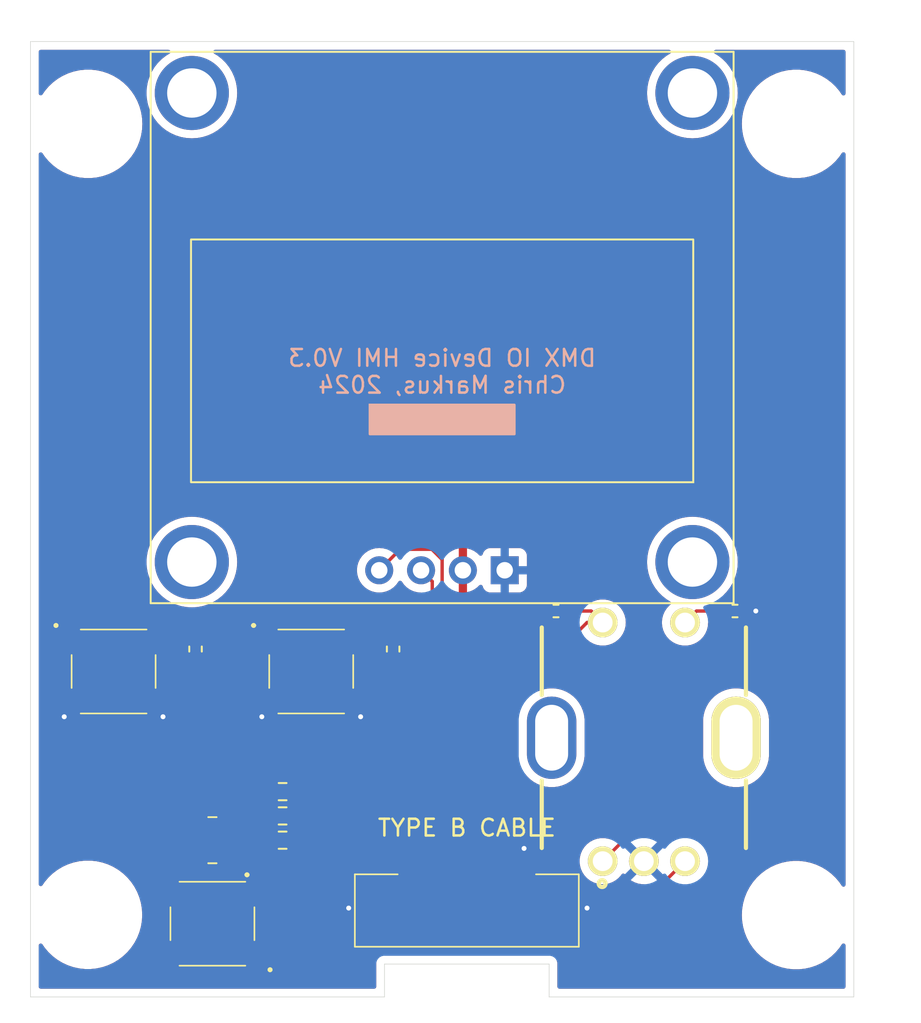
<source format=kicad_pcb>
(kicad_pcb (version 20240108) (generator "pcbnew") (generator_version "8.0")
  (layers (0 "F.Cu" signal "Front") (31 "B.Cu" signal "Back") (34 "B.Paste" user) (35 "F.Paste" user) (36 "B.SilkS" user "B.Silkscreen") (37 "F.SilkS" user "F.Silkscreen") (38 "B.Mask" user) (39 "F.Mask" user) (44 "Edge.Cuts" user))
  (net 0 "")
  (net 1 "GND")
  (net 2 "+3V3")
  (net 3 "/PWR_BTN_HI")
  (net 4 "/ENC_B")
  (net 5 "/ENC_SW")
  (net 6 "/ENC_A")
  (net 7 "/OLED_SDA")
  (net 8 "/OLED_SCL")
  (net 9 "/LED_R")
  (net 10 "/LED_G")
  (net 11 "/LED_B")
  (net 12 "/OK_BTN")
  (net 13 "/BK_BTN")
  (net 14 "/PWR_BTN_LO")
  (net 15 "Net-(D201-BK)")
  (net 16 "Net-(D201-RK)")
  (net 17 "Net-(D201-GK)")
  (net 18 "Net-(U201-2)")
  (footprint "Oled:OLED_1.3" (layer "F.Cu") (at 210.475 51.875 180)
    (property "Reference" "J201" (hide yes))
    (property "Value" "Conn_01x04_Pin" (hide yes))
    (fp_line (start 35.4 33.5) (end 0 33.5) (stroke (width 0.12)) (layer "F.SilkS"))
    (fp_line (start 35.4 0) (end 35.4 33.5) (stroke (width 0.12)) (layer "F.SilkS"))
    (fp_line (start 0 33.5) (end 0 0) (stroke (width 0.12)) (layer "F.SilkS"))
    (fp_line (start 0 0) (end 35.4 0) (stroke (width 0.12)) (layer "F.SilkS"))
    (fp_rect (start 2.45 7.35) (end 32.95 22.1) (stroke (width 0.12)) (fill none) (layer "F.SilkS"))
    (pad "" np_thru_hole circle (at 2.5 2.5 180) (size 4.5 4.5) (drill 3) (layers "*.Cu" "*.Mask"))
    (pad "" np_thru_hole circle (at 2.5 31 180) (size 4.5 4.5) (drill 3) (layers "*.Cu" "*.Mask"))
    (pad "" np_thru_hole circle (at 32.9 2.5 180) (size 4.5 4.5) (drill 3) (layers "*.Cu" "*.Mask"))
    (pad "" np_thru_hole circle (at 32.9 31 180) (size 4.5 4.5) (drill 3) (layers "*.Cu" "*.Mask"))
    (pad "1" thru_hole rect (at 13.9 2 270) (size 1.7 1.7) (drill 1) (layers "*.Cu" "*.Mask") (net 1 "GND"))
    (pad "2" thru_hole oval (at 16.44 2 270) (size 1.7 1.7) (drill 1) (layers "*.Cu" "*.Mask") (net 2 "+3V3"))
    (pad "3" thru_hole oval (at 18.98 2 270) (size 1.7 1.7) (drill 1) (layers "*.Cu" "*.Mask") (net 8 "/OLED_SCL"))
    (pad "4" thru_hole oval (at 21.52 2 270) (size 1.7 1.7) (drill 1) (layers "*.Cu" "*.Mask") (net 7 "/OLED_SDA"))
  )
  (footprint "Resistor_SMD:R_0402_1005Metric" (layer "F.Cu") (at 177.8 54.659999 90)
    (property "Reference" "R207" (hide yes))
    (property "Value" "10k" (hide yes))
    (fp_line (start -0.153641 -0.38) (end 0.153641 -0.38) (stroke (width 0.12)) (layer "F.SilkS"))
    (fp_line (start -0.153641 0.38) (end 0.153641 0.38) (stroke (width 0.12)) (layer "F.SilkS"))
    (pad "1" smd roundrect (at -0.509999 0 90) (size 0.54 0.64) (layers "F.Cu" "F.Paste" "F.Mask") (net 2 "+3V3"))
    (pad "2" smd roundrect (at 0.509999 0 90) (size 0.54 0.64) (layers "F.Cu" "F.Paste" "F.Mask") (net 12 "/OK_BTN"))
  )
  (footprint "MountingHole:MountingHole_3.2mm_M3" (layer "F.Cu") (at 171.275 70.8)
    (property "Reference" "H105" (hide yes))
    (property "Value" "MountingHole")
    (pad "" np_thru_hole circle (at 0 0) (size 3.2 3.2) (drill 3.2) (layers "*.Cu" "*.Mask"))
  )
  (footprint "AFC07-S16FCC-00:AFC07S16FCC00" (layer "F.Cu") (at 194.275 70.4)
    (property "Reference" "J101" (hide yes))
    (property "Value" "AFC07-S16FCC-00" (hide yes))
    (fp_line (start -6.8 -2.05) (end -6.8 2.35) (stroke (width 0.1)) (layer "F.SilkS"))
    (fp_line (start -6.8 2.35) (end 6.8 2.35) (stroke (width 0.1)) (layer "F.SilkS"))
    (fp_line (start -4.2 -2.049999) (end -6.8 -2.05) (stroke (width 0.1)) (layer "F.SilkS"))
    (fp_line (start 6.8 -2.05) (end 4.2 -2.049999) (stroke (width 0.1)) (layer "F.SilkS"))
    (fp_line (start 6.8 2.35) (end 6.8 -2.05) (stroke (width 0.1)) (layer "F.SilkS"))
    (pad "1" smd rect (at -3.749999 -2.35) (size 0.3 1.3) (layers "F.Cu" "F.Paste" "F.Mask") (net 9 "/LED_R"))
    (pad "2" smd rect (at -3.25 -2.35) (size 0.3 1.3) (layers "F.Cu" "F.Paste" "F.Mask") (net 10 "/LED_G"))
    (pad "3" smd rect (at -2.75 -2.35) (size 0.3 1.3) (layers "F.Cu" "F.Paste" "F.Mask") (net 11 "/LED_B"))
    (pad "4" smd rect (at -2.25 -2.35) (size 0.3 1.3) (layers "F.Cu" "F.Paste" "F.Mask") (net 14 "/PWR_BTN_LO"))
    (pad "5" smd rect (at -1.75 -2.35) (size 0.3 1.3) (layers "F.Cu" "F.Paste" "F.Mask") (net 3 "/PWR_BTN_HI"))
    (pad "6" smd rect (at -1.25 -2.349999) (size 0.3 1.3) (layers "F.Cu" "F.Paste" "F.Mask") (net 12 "/OK_BTN"))
    (pad "7" smd rect (at -0.75 -2.35) (size 0.3 1.3) (layers "F.Cu" "F.Paste" "F.Mask") (net 13 "/BK_BTN"))
    (pad "8" smd rect (at -0.25 -2.35) (size 0.3 1.3) (layers "F.Cu" "F.Paste" "F.Mask") (net 6 "/ENC_A"))
    (pad "9" smd rect (at 0.25 -2.35) (size 0.3 1.3) (layers "F.Cu" "F.Paste" "F.Mask") (net 4 "/ENC_B"))
    (pad "10" smd rect (at 0.75 -2.35) (size 0.3 1.3) (layers "F.Cu" "F.Paste" "F.Mask") (net 8 "/OLED_SCL"))
    (pad "11" smd rect (at 1.25 -2.349999) (size 0.3 1.3) (layers "F.Cu" "F.Paste" "F.Mask") (net 7 "/OLED_SDA"))
    (pad "12" smd rect (at 1.75 -2.35) (size 0.3 1.3) (layers "F.Cu" "F.Paste" "F.Mask"))
    (pad "13" smd rect (at 2.25 -2.35) (size 0.3 1.3) (layers "F.Cu" "F.Paste" "F.Mask"))
    (pad "14" smd rect (at 2.75 -2.35) (size 0.3 1.3) (layers "F.Cu" "F.Paste" "F.Mask") (net 5 "/ENC_SW"))
    (pad "15" smd rect (at 3.25 -2.35) (size 0.3 1.3) (layers "F.Cu" "F.Paste" "F.Mask") (net 1 "GND"))
    (pad "16" smd rect (at 3.749999 -2.35) (size 0.3 1.3) (layers "F.Cu" "F.Paste" "F.Mask") (net 2 "+3V3"))
    (pad "MP1" smd rect (at -5.400001 0) (size 2 3) (layers "F.Cu" "F.Paste" "F.Mask") (net 1 "GND"))
    (pad "MP2" smd rect (at 5.400001 0) (size 2 3) (layers "F.Cu" "F.Paste" "F.Mask") (net 1 "GND"))
  )
  (footprint "MountingHole:MountingHole_3.2mm_M3" (layer "F.Cu") (at 214.275 70.8)
    (property "Reference" "H102" (hide yes))
    (property "Value" "MountingHole")
    (pad "" np_thru_hole circle (at 0 0) (size 3.2 3.2) (drill 3.2) (layers "*.Cu" "*.Mask"))
  )
  (footprint "Resistor_SMD:R_0402_1005Metric" (layer "F.Cu") (at 210.559999 52.35)
    (property "Reference" "R206" (hide yes))
    (property "Value" "0R" (hide yes))
    (fp_line (start -0.153641 -0.38) (end 0.153641 -0.38) (stroke (width 0.12)) (layer "F.SilkS"))
    (fp_line (start -0.153641 0.38) (end 0.153641 0.38) (stroke (width 0.12)) (layer "F.SilkS"))
    (pad "1" smd roundrect (at -0.509999 0) (size 0.54 0.64) (layers "F.Cu" "F.Paste" "F.Mask") (net 18 "Net-(U201-2)"))
    (pad "2" smd roundrect (at 0.509999 0) (size 0.54 0.64) (layers "F.Cu" "F.Paste" "F.Mask") (net 1 "GND"))
  )
  (footprint "LIB_TS-1187A-B-A-B:TS1187ABAB" (layer "F.Cu") (at 172.825 56.025)
    (property "Reference" "S201" (hide yes))
    (property "Value" "TS-1187A-B-A-B" (hide yes))
    (fp_line (start -3.55 -2.8) (end -3.55 -2.8) (stroke (width 0.2)) (layer "F.SilkS"))
    (fp_line (start -3.55 -2.8) (end -3.55 -2.8) (stroke (width 0.2)) (layer "F.SilkS"))
    (fp_line (start -3.45 -2.8) (end -3.45 -2.8) (stroke (width 0.2)) (layer "F.SilkS"))
    (fp_line (start -2.55 -1) (end -2.55 1) (stroke (width 0.1)) (layer "F.SilkS"))
    (fp_line (start -2 -2.55) (end 2 -2.55) (stroke (width 0.1)) (layer "F.SilkS"))
    (fp_line (start -2 2.55) (end 2 2.55) (stroke (width 0.1)) (layer "F.SilkS"))
    (fp_line (start 2.55 -1) (end 2.55 1) (stroke (width 0.1)) (layer "F.SilkS"))
    (fp_arc (start -3.55 -2.8) (mid -3.5 -2.85) (end -3.45 -2.8) (stroke (width 0.2)) (layer "F.SilkS"))
    (fp_arc (start -3.45 -2.8) (mid -3.5 -2.75) (end -3.55 -2.8) (stroke (width 0.2)) (layer "F.SilkS"))
    (fp_arc (start -3.45 -2.8) (mid -3.5 -2.75) (end -3.55 -2.8) (stroke (width 0.2)) (layer "F.SilkS"))
    (pad "A1" smd rect (at -3 -1.875 90) (size 0.75 1) (layers "F.Cu" "F.Paste" "F.Mask") (net 12 "/OK_BTN"))
    (pad "B1" smd rect (at 3 -1.875 90) (size 0.75 1) (layers "F.Cu" "F.Paste" "F.Mask") (net 12 "/OK_BTN"))
    (pad "C1" smd rect (at -3 1.875 90) (size 0.75 1) (layers "F.Cu" "F.Paste" "F.Mask") (net 1 "GND"))
    (pad "D1" smd rect (at 3 1.875 90) (size 0.75 1) (layers "F.Cu" "F.Paste" "F.Mask") (net 1 "GND"))
  )
  (footprint "Resistor_SMD:R_0402_1005Metric" (layer "F.Cu") (at 189.799999 54.659999 90)
    (property "Reference" "R208" (hide yes))
    (property "Value" "10k" (hide yes))
    (fp_line (start -0.153641 -0.38) (end 0.153641 -0.38) (stroke (width 0.12)) (layer "F.SilkS"))
    (fp_line (start -0.153641 0.38) (end 0.153641 0.38) (stroke (width 0.12)) (layer "F.SilkS"))
    (pad "1" smd roundrect (at -0.509999 0 90) (size 0.54 0.64) (layers "F.Cu" "F.Paste" "F.Mask") (net 2 "+3V3"))
    (pad "2" smd roundrect (at 0.509999 0 90) (size 0.54 0.64) (layers "F.Cu" "F.Paste" "F.Mask") (net 13 "/BK_BTN"))
  )
  (footprint "MountingHole:MountingHole_3.2mm_M3" (layer "F.Cu") (at 171.275 22.75)
    (property "Reference" "H104" (hide yes))
    (property "Value" "MountingHole" (hide yes))
    (pad "" np_thru_hole circle (at 0 0) (size 3.2 3.2) (drill 3.2) (layers "*.Cu" "*.Mask"))
  )
  (footprint "MountingHole:MountingHole_3.2mm_M3" (layer "F.Cu") (at 214.275 22.75)
    (property "Reference" "H103" (hide yes))
    (property "Value" "MountingHole")
    (pad "" np_thru_hole circle (at 0 0) (size 3.2 3.2) (drill 3.2) (layers "*.Cu" "*.Mask"))
  )
  (footprint "PEC12R:PEC12R-4XXXF-SXXXX" (layer "F.Cu") (at 205.025 60.05)
    (property "Reference" "U201" (hide yes))
    (property "Value" "PEC12R-4215F-S0024" (hide yes))
    (fp_line (start -6.2 -6.7) (end -6.2 -2.6) (stroke (width 0.254)) (layer "F.SilkS"))
    (fp_line (start -6.2 6.7) (end -6.2 2.6) (stroke (width 0.254)) (layer "F.SilkS"))
    (fp_line (start 6.2 -6.7) (end 6.2 -2.6) (stroke (width 0.254)) (layer "F.SilkS"))
    (fp_line (start 6.2 6.7) (end 6.2 2.6) (stroke (width 0.254)) (layer "F.SilkS"))
    (fp_circle (center -2.533 8.863) (end -2.6151 8.863) (stroke (width 0.254)) (fill none) (layer "F.SilkS"))
    (pad "1" thru_hole circle (at -2.5 7.5 90) (size 1.8 1.8) (drill 1.2) (layers "*.Cu" "*.Mask" "F.SilkS") (net 6 "/ENC_A"))
    (pad "2" thru_hole circle (at 2.5 7.5 90) (size 1.8 1.8) (drill 1.2) (layers "*.Cu" "*.Mask" "F.SilkS") (net 4 "/ENC_B"))
    (pad "3" thru_hole circle (at 0 7.5 90) (size 1.8 1.8) (drill 1.2) (layers "*.Cu" "*.Mask" "F.SilkS") (net 1 "GND"))
    (pad "4" thru_hole circle (at -2.5 -7 90) (size 1.8 1.8) (drill 1.2) (layers "*.Cu" "*.Mask" "F.SilkS") (net 5 "/ENC_SW"))
    (pad "5" thru_hole circle (at 2.5 -7 90) (size 1.8 1.8) (drill 1.2) (layers "*.Cu" "*.Mask" "F.SilkS") (net 18 "Net-(U201-2)"))
    (pad "6" thru_hole oval (at 5.6 0 90) (size 5 3) (drill oval 4 2) (layers "*.Cu" "*.Mask" "F.SilkS"))
    (pad "7" thru_hole oval (at -5.6 0 90) (size 5 3) (drill oval 4 2) (layers "*.Cu" "*.Mask"))
  )
  (footprint "LIB_TS-1187A-B-A-B:TS1187ABAB" (layer "F.Cu") (at 178.824999 71.35 180)
    (property "Reference" "S203" (hide yes))
    (property "Value" "TS-1187A-B-A-B" (hide yes))
    (fp_line (start 2.55 -1) (end 2.55 1) (stroke (width 0.1)) (layer "F.SilkS"))
    (fp_line (start -2 2.55) (end 2 2.55) (stroke (width 0.1)) (layer "F.SilkS"))
    (fp_line (start -2 -2.55) (end 2 -2.55) (stroke (width 0.1)) (layer "F.SilkS"))
    (fp_line (start -2.55 -1) (end -2.55 1) (stroke (width 0.1)) (layer "F.SilkS"))
    (fp_line (start -3.449999 -2.8) (end -3.449999 -2.8) (stroke (width 0.2)) (layer "F.SilkS"))
    (fp_line (start -3.55 -2.8) (end -3.55 -2.8) (stroke (width 0.2)) (layer "F.SilkS"))
    (fp_line (start -3.55 -2.8) (end -3.55 -2.8) (stroke (width 0.2)) (layer "F.SilkS"))
    (fp_arc (start -3.449999 -2.8) (mid -3.499999 -2.749999) (end -3.55 -2.8) (stroke (width 0.2)) (layer "F.SilkS"))
    (fp_arc (start -3.449999 -2.8) (mid -3.499999 -2.749999) (end -3.55 -2.8) (stroke (width 0.2)) (layer "F.SilkS"))
    (fp_arc (start -3.55 -2.8) (mid -3.5 -2.85) (end -3.449999 -2.8) (stroke (width 0.2)) (layer "F.SilkS"))
    (pad "A1" smd rect (at -3 -1.875 270) (size 0.75 1) (layers "F.Cu" "F.Paste" "F.Mask") (net 3 "/PWR_BTN_HI"))
    (pad "B1" smd rect (at 3 -1.875 270) (size 0.75 1) (layers "F.Cu" "F.Paste" "F.Mask") (net 3 "/PWR_BTN_HI"))
    (pad "C1" smd rect (at -3 1.875 270) (size 0.75 1) (layers "F.Cu" "F.Paste" "F.Mask") (net 14 "/PWR_BTN_LO"))
    (pad "D1" smd rect (at 3 1.875 270) (size 0.75 1) (layers "F.Cu" "F.Paste" "F.Mask") (net 14 "/PWR_BTN_LO"))
  )
  (footprint "Resistor_SMD:R_0603_1608Metric" (layer "F.Cu") (at 183.0875 66.275)
    (property "Reference" "R209" (hide yes))
    (property "Value" "150" (hide yes))
    (fp_line (start -0.237258 -0.5225) (end 0.237258 -0.5225) (stroke (width 0.12)) (layer "F.SilkS"))
    (fp_line (start -0.237258 0.5225) (end 0.237258 0.5225) (stroke (width 0.12)) (layer "F.SilkS"))
    (pad "1" smd roundrect (at -0.825 0) (size 0.8 0.95) (layers "F.Cu" "F.Paste" "F.Mask") (net 16 "Net-(D201-RK)"))
    (pad "2" smd roundrect (at 0.825 0) (size 0.8 0.95) (layers "F.Cu" "F.Paste" "F.Mask") (net 9 "/LED_R"))
  )
  (footprint "Resistor_SMD:R_0603_1608Metric" (layer "F.Cu") (at 183.0875 64.8)
    (property "Reference" "R210" (hide yes))
    (property "Value" "150" (hide yes))
    (fp_line (start -0.237258 -0.5225) (end 0.237258 -0.5225) (stroke (width 0.12)) (layer "F.SilkS"))
    (fp_line (start -0.237258 0.5225) (end 0.237258 0.5225) (stroke (width 0.12)) (layer "F.SilkS"))
    (pad "1" smd roundrect (at -0.825 0) (size 0.8 0.95) (layers "F.Cu" "F.Paste" "F.Mask") (net 17 "Net-(D201-GK)"))
    (pad "2" smd roundrect (at 0.825 0) (size 0.8 0.95) (layers "F.Cu" "F.Paste" "F.Mask") (net 10 "/LED_G"))
  )
  (footprint "LIB_TS-1187A-B-A-B:TS1187ABAB" (layer "F.Cu") (at 184.824998 56.025)
    (property "Reference" "S202" (hide yes))
    (property "Value" "TS-1187A-B-A-B" (hide yes))
    (fp_line (start -3.55 -2.8) (end -3.55 -2.8) (stroke (width 0.2)) (layer "F.SilkS"))
    (fp_line (start -3.55 -2.8) (end -3.55 -2.8) (stroke (width 0.2)) (layer "F.SilkS"))
    (fp_line (start -3.45 -2.8) (end -3.45 -2.8) (stroke (width 0.2)) (layer "F.SilkS"))
    (fp_line (start -2.55 -1) (end -2.55 1) (stroke (width 0.1)) (layer "F.SilkS"))
    (fp_line (start -2 -2.55) (end 2 -2.55) (stroke (width 0.1)) (layer "F.SilkS"))
    (fp_line (start -2 2.55) (end 2 2.55) (stroke (width 0.1)) (layer "F.SilkS"))
    (fp_line (start 2.55 -1) (end 2.55 1) (stroke (width 0.1)) (layer "F.SilkS"))
    (fp_arc (start -3.55 -2.8) (mid -3.5 -2.85) (end -3.45 -2.8) (stroke (width 0.2)) (layer "F.SilkS"))
    (fp_arc (start -3.45 -2.8) (mid -3.5 -2.75) (end -3.55 -2.8) (stroke (width 0.2)) (layer "F.SilkS"))
    (fp_arc (start -3.45 -2.8) (mid -3.5 -2.75) (end -3.55 -2.8) (stroke (width 0.2)) (layer "F.SilkS"))
    (pad "A1" smd rect (at -3 -1.875 90) (size 0.75 1) (layers "F.Cu" "F.Paste" "F.Mask") (net 13 "/BK_BTN"))
    (pad "B1" smd rect (at 3 -1.875 90) (size 0.75 1) (layers "F.Cu" "F.Paste" "F.Mask") (net 13 "/BK_BTN"))
    (pad "C1" smd rect (at -3 1.875 90) (size 0.75 1) (layers "F.Cu" "F.Paste" "F.Mask") (net 1 "GND"))
    (pad "D1" smd rect (at 3 1.875 90) (size 0.75 1) (layers "F.Cu" "F.Paste" "F.Mask") (net 1 "GND"))
  )
  (footprint "Resistor_SMD:R_0402_1005Metric" (layer "F.Cu") (at 199.69 52.35)
    (property "Reference" "R205" (hide yes))
    (property "Value" "10k" (hide yes))
    (fp_line (start -0.153641 -0.38) (end 0.153641 -0.38) (stroke (width 0.12)) (layer "F.SilkS"))
    (fp_line (start -0.153641 0.38) (end 0.153641 0.38) (stroke (width 0.12)) (layer "F.SilkS"))
    (pad "1" smd roundrect (at -0.51 0) (size 0.54 0.64) (layers "F.Cu" "F.Paste" "F.Mask") (net 2 "+3V3"))
    (pad "2" smd roundrect (at 0.51 0) (size 0.54 0.64) (layers "F.Cu" "F.Paste" "F.Mask") (net 5 "/ENC_SW"))
  )
  (footprint "ASMB-MTB0-0A3A2:ASMBMTB00A3A2" (layer "F.Cu") (at 178.824999 66.274999 180)
    (property "Reference" "D201" (hide yes))
    (property "Value" "ASMB-MTB0-0A3A2" (hide yes))
    (fp_line (start 0.25 1.4) (end 0.25 1.4) (stroke (width 0.1)) (layer "F.SilkS"))
    (fp_line (start 0.25 1.4) (end -0.25 1.4) (stroke (width 0.1)) (layer "F.SilkS"))
    (fp_line (start 0.25 -1.4) (end 0.25 -1.4) (stroke (width 0.1)) (layer "F.SilkS"))
    (fp_line (start 0.25 -1.4) (end -0.25 -1.4) (stroke (width 0.1)) (layer "F.SilkS"))
    (fp_line (start -0.25 1.4) (end 0.25 1.4) (stroke (width 0.1)) (layer "F.SilkS"))
    (fp_line (start -0.25 1.4) (end -0.25 1.4) (stroke (width 0.1)) (layer "F.SilkS"))
    (fp_line (start -0.25 -1.4) (end 0.25 -1.4) (stroke (width 0.1)) (layer "F.SilkS"))
    (fp_line (start -0.25 -1.4) (end -0.25 -1.4) (stroke (width 0.1)) (layer "F.SilkS"))
    (fp_line (start -2.05 -2.1) (end -2.05 -2.1) (stroke (width 0.2)) (layer "F.SilkS"))
    (fp_line (start -2.05 -2.1) (end -2.05 -2.1) (stroke (width 0.2)) (layer "F.SilkS"))
    (fp_line (start -2.15 -2.1) (end -2.15 -2.1) (stroke (width 0.2)) (layer "F.SilkS"))
    (fp_arc (start -2.05 -2.1) (mid -2.1 -2.05) (end -2.15 -2.1) (stroke (width 0.2)) (layer "F.SilkS"))
    (fp_arc (start -2.15 -2.1) (mid -2.1 -2.15) (end -2.05 -2.1) (stroke (width 0.2)) (layer "F.SilkS"))
    (fp_arc (start -2.15 -2.1) (mid -2.1 -2.15) (end -2.05 -2.1) (stroke (width 0.2)) (layer "F.SilkS"))
    (pad "1" smd rect (at -1.5 -0.75 90) (size 1.1 1.5) (layers "F.Cu" "F.Paste" "F.Mask") (net 2 "+3V3"))
    (pad "2" smd rect (at 1.5 -0.75 90) (size 1.1 1.5) (layers "F.Cu" "F.Paste" "F.Mask") (net 15 "Net-(D201-BK)"))
    (pad "3" smd rect (at 1.5 0.75 90) (size 1.1 1.5) (layers "F.Cu" "F.Paste" "F.Mask") (net 17 "Net-(D201-GK)"))
    (pad "4" smd rect (at -1.5 0.75 90) (size 1.1 1.5) (layers "F.Cu" "F.Paste" "F.Mask") (net 16 "Net-(D201-RK)"))
  )
  (footprint "Resistor_SMD:R_0603_1608Metric" (layer "F.Cu") (at 183.0875 63.325)
    (property "Reference" "R211" (hide yes))
    (property "Value" "150" (hide yes))
    (fp_line (start -0.237258 -0.5225) (end 0.237258 -0.5225) (stroke (width 0.12)) (layer "F.SilkS"))
    (fp_line (start -0.237258 0.5225) (end 0.237258 0.5225) (stroke (width 0.12)) (layer "F.SilkS"))
    (pad "1" smd roundrect (at -0.825 0) (size 0.8 0.95) (layers "F.Cu" "F.Paste" "F.Mask") (net 15 "Net-(D201-BK)"))
    (pad "2" smd roundrect (at 0.825 0) (size 0.8 0.95) (layers "F.Cu" "F.Paste" "F.Mask") (net 11 "/LED_B"))
  )
  (gr_rect (start 188.3875 39.825) (end 197.1625 41.6) (stroke (width 0.1524)) (fill solid) (layer "B.SilkS"))
  (gr_line (start 167.775 75.8) (end 189.275 75.8) (stroke (width 0.0381)) (layer "Edge.Cuts"))
  (gr_line (start 189.275 75.8) (end 189.275 73.8) (stroke (width 0.0381)) (layer "Edge.Cuts"))
  (gr_line (start 167.775 17.75) (end 217.775 17.75) (stroke (width 0.0381)) (layer "Edge.Cuts"))
  (gr_line (start 199.275 75.8) (end 199.275 73.8) (stroke (width 0.0381)) (layer "Edge.Cuts"))
  (gr_line (start 167.775 75.8) (end 167.775 17.75) (stroke (width 0.0381)) (layer "Edge.Cuts"))
  (gr_line (start 189.275 73.8) (end 199.275 73.8) (stroke (width 0.0381)) (layer "Edge.Cuts"))
  (gr_line (start 217.775 75.8) (end 217.775 17.75) (stroke (width 0.0381)) (layer "Edge.Cuts"))
  (gr_line (start 199.275 75.8) (end 217.775 75.8) (stroke (width 0.0381)) (layer "Edge.Cuts"))
  (gr_text "DMX IO Device HMI V0.3\nChris Markus, 2024" (at 192.775 37.8 0) (layer "B.SilkS") (effects (font (size 1.016 1.016) (thickness 0.1524) (bold yes)) (justify mirror)))
  (gr_text "TYPE B CABLE" (at 194.275 65.525 0) (layer "F.SilkS") (effects (font (size 1.016 1.016) (thickness 0.1524) (bold yes))))
  (segment (start 181.825 57.9) (end 181.825 58.775) (width 0.2032) (layer "F.Cu") (net 1))
  (segment (start 169.825 57.9) (end 169.825 58.775) (width 0.2032) (layer "F.Cu") (net 1))
  (segment (start 211.069998 52.35) (end 211.825 52.35) (width 0.2032) (layer "F.Cu") (net 1))
  (segment (start 188.874999 70.4) (end 187.1 70.4) (width 0.2794) (layer "F.Cu") (net 1))
  (segment (start 187.825 57.9) (end 187.825 58.775) (width 0.2032) (layer "F.Cu") (net 1))
  (segment (start 197.525 67) (end 197.75 66.775) (width 0.2794) (layer "F.Cu") (net 1))
  (segment (start 175.825 57.9) (end 175.825 58.775) (width 0.2032) (layer "F.Cu") (net 1))
  (segment (start 201.575 70.4) (end 199.675001 70.4) (width 0.2794) (layer "F.Cu") (net 1))
  (segment (start 197.525 68.05) (end 197.525 67) (width 0.2794) (layer "F.Cu") (net 1))
  (via (at 197.75 66.775) (size 0.45) (drill 0.3) (layers "F.Cu" "B.Cu") (net 1))
  (via (at 187.1 70.4) (size 0.45) (drill 0.3) (layers "F.Cu" "B.Cu") (net 1))
  (via (at 211.825 52.35) (size 0.45) (drill 0.3) (layers "F.Cu" "B.Cu") (net 1))
  (via (at 187.825 58.775) (size 0.45) (drill 0.3) (layers "F.Cu" "B.Cu") (net 1))
  (via (at 181.825 58.775) (size 0.45) (drill 0.3) (layers "F.Cu" "B.Cu") (net 1))
  (via (at 201.575 70.4) (size 0.45) (drill 0.3) (layers "F.Cu" "B.Cu") (net 1))
  (via (at 169.825 58.775) (size 0.45) (drill 0.3) (layers "F.Cu" "B.Cu") (net 1))
  (via (at 175.825 58.775) (size 0.45) (drill 0.3) (layers "F.Cu" "B.Cu") (net 1))
  (segment (start 177.8 55.169998) (end 177.8 55.9) (width 0.2032) (layer "F.Cu") (net 2))
  (segment (start 198.024999 68.05) (end 198.775 68.05) (width 0.2794) (layer "F.Cu") (net 2))
  (segment (start 199.18 52.35) (end 198.44 52.35) (width 0.2032) (layer "F.Cu") (net 2))
  (segment (start 189.799999 55.169998) (end 189.799999 55.9) (width 0.2032) (layer "F.Cu") (net 2))
  (segment (start 181.824999 73.225) (end 175.824999 73.225) (width 0.2032) (layer "F.Cu") (net 3))
  (segment (start 183.2575 73.225) (end 181.824999 73.225) (width 0.2032) (layer "F.Cu") (net 3))
  (segment (start 192.525 68.05) (end 192.525 71.325) (width 0.2032) (layer "F.Cu") (net 3))
  (segment (start 190.85 73) (end 183.4825 73) (width 0.2032) (layer "F.Cu") (net 3))
  (segment (start 183.4825 73) (end 183.2575 73.225) (width 0.2032) (layer "F.Cu") (net 3))
  (segment (start 192.525 71.325) (end 190.85 73) (width 0.2032) (layer "F.Cu") (net 3))
  (segment (start 194.525 68.05) (end 194.525 69) (width 0.2032) (layer "F.Cu") (net 4))
  (segment (start 194.525 69) (end 197.8 72.275) (width 0.2032) (layer "F.Cu") (net 4))
  (segment (start 202.8 72.275) (end 207.525 67.55) (width 0.2032) (layer "F.Cu") (net 4))
  (segment (start 197.8 72.275) (end 202.8 72.275) (width 0.2032) (layer "F.Cu") (net 4))
  (segment (start 197.025 57.6) (end 201.575 53.05) (width 0.2032) (layer "F.Cu") (net 5))
  (segment (start 201.825 52.35) (end 202.525 53.05) (width 0.2032) (layer "F.Cu") (net 5))
  (segment (start 201.575 53.05) (end 202.525 53.05) (width 0.2032) (layer "F.Cu") (net 5))
  (segment (start 197.025 68.05) (end 197.025 57.6) (width 0.2032) (layer "F.Cu") (net 5))
  (segment (start 200.2 52.35) (end 201.825 52.35) (width 0.2032) (layer "F.Cu") (net 5))
  (segment (start 194.025 68.05) (end 194.025 69.3) (width 0.2032) (layer "F.Cu") (net 6))
  (segment (start 204.075 66) (end 202.525 67.55) (width 0.2032) (layer "F.Cu") (net 6))
  (segment (start 208.35 66) (end 204.075 66) (width 0.2032) (layer "F.Cu") (net 6))
  (segment (start 194.025 69.3) (end 197.575 72.85) (width 0.2032) (layer "F.Cu") (net 6))
  (segment (start 205 72.85) (end 209.3 68.55) (width 0.2032) (layer "F.Cu") (net 6))
  (segment (start 197.575 72.85) (end 205 72.85) (width 0.2032) (layer "F.Cu") (net 6))
  (segment (start 209.3 66.95) (end 208.35 66) (width 0.2032) (layer "F.Cu") (net 6))
  (segment (start 209.3 68.55) (end 209.3 66.95) (width 0.2032) (layer "F.Cu") (net 6))
  (segment (start 192.775 61.25) (end 192.775 49.225) (width 0.2032) (layer "F.Cu") (net 7))
  (segment (start 190.230001 48.6) (end 188.955001 49.875) (width 0.2032) (layer "F.Cu") (net 7))
  (segment (start 195.525 68.050001) (end 195.525 64) (width 0.2032) (layer "F.Cu") (net 7))
  (segment (start 192.15 48.6) (end 190.230001 48.6) (width 0.2032) (layer "F.Cu") (net 7))
  (segment (start 192.775 49.225) (end 192.15 48.6) (width 0.2032) (layer "F.Cu") (net 7))
  (segment (start 195.525 64) (end 192.775 61.25) (width 0.2032) (layer "F.Cu") (net 7))
  (segment (start 195.025 64.375) (end 192.175 61.525) (width 0.2032) (layer "F.Cu") (net 8))
  (segment (start 192.175 50.555) (end 191.495 49.875) (width 0.2032) (layer "F.Cu") (net 8))
  (segment (start 192.175 61.525) (end 192.175 50.555) (width 0.2032) (layer "F.Cu") (net 8))
  (segment (start 195.025 68.05) (end 195.025 64.375) (width 0.2032) (layer "F.Cu") (net 8))
  (segment (start 189.3 66.275) (end 183.9125 66.275) (width 0.2032) (layer "F.Cu") (net 9))
  (segment (start 190.525001 67.500001) (end 189.3 66.275) (width 0.2032) (layer "F.Cu") (net 9))
  (segment (start 190.525001 68.05) (end 190.525001 67.500001) (width 0.2032) (layer "F.Cu") (net 9))
  (segment (start 191.025 68.05) (end 191.025 66.975) (width 0.2032) (layer "F.Cu") (net 10))
  (segment (start 188.85 64.8) (end 183.9125 64.8) (width 0.2032) (layer "F.Cu") (net 10))
  (segment (start 191.025 66.975) (end 188.85 64.8) (width 0.2032) (layer "F.Cu") (net 10))
  (segment (start 191.525 66.525) (end 188.325 63.325) (width 0.2032) (layer "F.Cu") (net 11))
  (segment (start 188.325 63.325) (end 183.9125 63.325) (width 0.2032) (layer "F.Cu") (net 11))
  (segment (start 191.525 68.05) (end 191.525 66.525) (width 0.2032) (layer "F.Cu") (net 11))
  (segment (start 178.525 58.375) (end 178.525 54.875) (width 0.2032) (layer "F.Cu") (net 12))
  (segment (start 181.925 61.775) (end 187.75 61.775) (width 0.2032) (layer "F.Cu") (net 12))
  (segment (start 178.525 54.875) (end 177.8 54.15) (width 0.2032) (layer "F.Cu") (net 12))
  (segment (start 178.525 58.375) (end 181.925 61.775) (width 0.2032) (layer "F.Cu") (net 12))
  (segment (start 169.825 54.15) (end 175.825 54.15) (width 0.2032) (layer "F.Cu") (net 12))
  (segment (start 175.825 54.15) (end 177.8 54.15) (width 0.2032) (layer "F.Cu") (net 12))
  (segment (start 187.75 61.775) (end 193.025 67.05) (width 0.2032) (layer "F.Cu") (net 12))
  (segment (start 193.025 67.05) (end 193.025 68.050001) (width 0.2032) (layer "F.Cu") (net 12))
  (segment (start 181.825 54.15) (end 187.825 54.15) (width 0.2032) (layer "F.Cu") (net 13))
  (segment (start 191.4625 55.812502) (end 191.4625 61.7625) (width 0.2032) (layer "F.Cu") (net 13))
  (segment (start 190.287499 54.637501) (end 191.4625 55.812502) (width 0.2032) (layer "F.Cu") (net 13))
  (segment (start 193.525 63.825) (end 193.525 68.05) (width 0.2032) (layer "F.Cu") (net 13))
  (segment (start 189.799999 54.15) (end 187.824999 54.15) (width 0.2032) (layer "F.Cu") (net 13))
  (segment (start 189.799999 54.15) (end 190.287499 54.637501) (width 0.2032) (layer "F.Cu") (net 13))
  (segment (start 191.4625 61.7625) (end 193.525 63.825) (width 0.2032) (layer "F.Cu") (net 13))
  (segment (start 181.824999 69.475) (end 175.824999 69.475) (width 0.2032) (layer "F.Cu") (net 14))
  (segment (start 190.6 72.4) (end 186.275 72.4) (width 0.2032) (layer "F.Cu") (net 14))
  (segment (start 183.35 69.475) (end 181.824999 69.475) (width 0.2032) (layer "F.Cu") (net 14))
  (segment (start 192.025 70.975) (end 190.6 72.4) (width 0.2032) (layer "F.Cu") (net 14))
  (segment (start 192.025 68.05) (end 192.025 70.975) (width 0.2032) (layer "F.Cu") (net 14))
  (segment (start 186.275 72.4) (end 183.35 69.475) (width 0.2032) (layer "F.Cu") (net 14))
  (segment (start 176.1125 64.775) (end 177.5625 63.325) (width 0.2032) (layer "F.Cu") (net 15))
  (segment (start 176.637499 67.024999) (end 176.1125 66.5) (width 0.2032) (layer "F.Cu") (net 15))
  (segment (start 176.1125 66.5) (end 176.1125 64.775) (width 0.2032) (layer "F.Cu") (net 15))
  (segment (start 177.35 67.024999) (end 176.637499 67.024999) (width 0.2032) (layer "F.Cu") (net 15))
  (segment (start 177.5625 63.325) (end 182.2625 63.325) (width 0.2032) (layer "F.Cu") (net 15))
  (segment (start 180.35 65.524999) (end 181.512499 65.524999) (width 0.2032) (layer "F.Cu") (net 16))
  (segment (start 181.512499 65.524999) (end 182.2625 66.275) (width 0.2032) (layer "F.Cu") (net 16))
  (segment (start 178.299999 64.575) (end 182.0375 64.575) (width 0.2032) (layer "F.Cu") (net 17))
  (segment (start 182.0375 64.575) (end 182.2625 64.8) (width 0.2032) (layer "F.Cu") (net 17))
  (segment (start 178.299999 64.575) (end 177.35 65.524999) (width 0.2032) (layer "F.Cu") (net 17))
  (segment (start 208.225 52.35) (end 207.525 53.05) (width 0.2032) (layer "F.Cu") (net 18))
  (segment (start 210.05 52.35) (end 208.225 52.35) (width 0.2032) (layer "F.Cu") (net 18))
  (zone (net 2) (net_name "+3V3") (layer "F.Cu") (priority 12) (connect_pads thru_hole_only (clearance 0.5)) (min_thickness 0.25) (fill yes (thermal_gap 0.5) (thermal_bridge_width 0.5))
    (polygon (pts (xy 165.925 15.225) (xy 165.925 77.025) (xy 221.875 77.025) (xy 221.875 15.225)))
  )
  (zone (net 0) (net_name "") (layers "F&B.Cu") (connect_pads thru_hole_only (clearance 0)) (min_thickness 0.25)
    (keepout (tracks allowed) (vias allowed) (pads allowed) (copperpour not_allowed) (footprints allowed))
    (fill (thermal_gap 0.5) (thermal_bridge_width 0.5))
    (polygon (pts (xy 174.563391 70.810371) (xy 174.54405 70.45365) (xy 174.486254 70.101111) (xy 174.390681 69.756888) (xy 174.258451 69.425015) (xy 174.091115 69.109385) (xy 173.890633 68.813697) (xy 173.659358 68.541419) (xy 173.4 68.295742) (xy 173.115599 68.079546) (xy 172.809491 67.895367) (xy 172.485265 67.745364) (xy 172.14672 67.631295) (xy 171.797827 67.554498) (xy 171.442677 67.515873) (xy 171.085431 67.515873) (xy 170.730281 67.554498) (xy 170.381388 67.631295) (xy 170.042843 67.745364) (xy 169.718617 67.895367) (xy 169.412509 68.079546) (xy 169.128108 68.295742) (xy 168.86875 68.541419) (xy 168.637475 68.813697) (xy 168.436993 69.109385) (xy 168.269657 69.425015) (xy 168.137427 69.756888) (xy 168.041854 70.101111) (xy 167.984058 70.45365) (xy 167.964717 70.810371) (xy 167.984058 71.167092) (xy 168.041854 71.519631) (xy 168.137427 71.863854) (xy 168.269657 72.195727) (xy 168.436993 72.511357) (xy 168.637475 72.807045) (xy 168.86875 73.079323) (xy 169.128108 73.325) (xy 169.412509 73.541196) (xy 169.718617 73.725375) (xy 170.042843 73.875378) (xy 170.381388 73.989447) (xy 170.730281 74.066244) (xy 171.085431 74.104869) (xy 171.442677 74.104869) (xy 171.797827 74.066244) (xy 172.14672 73.989447) (xy 172.485265 73.875378) (xy 172.809491 73.725375) (xy 173.115599 73.541196) (xy 173.4 73.325) (xy 173.659358 73.079323) (xy 173.890633 72.807045) (xy 174.091115 72.511357) (xy 174.258451 72.195727) (xy 174.390681 71.863854) (xy 174.486254 71.519631) (xy 174.54405 71.167092)))
  )
  (zone (net 0) (net_name "") (layers "F&B.Cu") (connect_pads thru_hole_only (clearance 0)) (min_thickness 0.25)
    (keepout (tracks allowed) (vias allowed) (pads allowed) (copperpour not_allowed) (footprints allowed))
    (fill (thermal_gap 0.5) (thermal_bridge_width 0.5))
    (polygon (pts (xy 217.572276 70.825986) (xy 217.552935 70.469265) (xy 217.495139 70.116726) (xy 217.399566 69.772503) (xy 217.267336 69.44063) (xy 217.1 69.125) (xy 216.899518 68.829312) (xy 216.668243 68.557034) (xy 216.408885 68.311357) (xy 216.124484 68.095161) (xy 215.818376 67.910982) (xy 215.49415 67.760979) (xy 215.155605 67.64691) (xy 214.806712 67.570113) (xy 214.451562 67.531488) (xy 214.094316 67.531488) (xy 213.739166 67.570113) (xy 213.390273 67.64691) (xy 213.051728 67.760979) (xy 212.727502 67.910982) (xy 212.421394 68.095161) (xy 212.136993 68.311357) (xy 211.877635 68.557034) (xy 211.64636 68.829312) (xy 211.445878 69.125) (xy 211.278542 69.44063) (xy 211.146312 69.772503) (xy 211.050739 70.116726) (xy 210.992943 70.469265) (xy 210.973602 70.825986) (xy 210.992943 71.182707) (xy 211.050739 71.535246) (xy 211.146312 71.879469) (xy 211.278542 72.211342) (xy 211.445878 72.526972) (xy 211.64636 72.82266) (xy 211.877635 73.094938) (xy 212.136993 73.340615) (xy 212.421394 73.556811) (xy 212.727502 73.74099) (xy 213.051728 73.890993) (xy 213.390273 74.005062) (xy 213.739166 74.081859) (xy 214.094316 74.120484) (xy 214.451562 74.120484) (xy 214.806712 74.081859) (xy 215.155605 74.005062) (xy 215.49415 73.890993) (xy 215.818376 73.74099) (xy 216.124484 73.556811) (xy 216.408885 73.340615) (xy 216.668243 73.094938) (xy 216.899518 72.82266) (xy 217.1 72.526972) (xy 217.267336 72.211342) (xy 217.399566 71.879469) (xy 217.495139 71.535246) (xy 217.552935 71.182707)))
  )
  (zone (net 0) (net_name "") (layers "F&B.Cu") (connect_pads thru_hole_only (clearance 0)) (min_thickness 0.25)
    (keepout (tracks allowed) (vias allowed) (pads allowed) (copperpour not_allowed) (footprints allowed))
    (fill (thermal_gap 0.5) (thermal_bridge_width 0.5))
    (polygon (pts (xy 217.572276 22.750986) (xy 217.552935 22.394265) (xy 217.495139 22.041726) (xy 217.399566 21.697503) (xy 217.267336 21.36563) (xy 217.1 21.05) (xy 216.899518 20.754312) (xy 216.668243 20.482034) (xy 216.408885 20.236357) (xy 216.124484 20.020161) (xy 215.818376 19.835982) (xy 215.49415 19.685979) (xy 215.155605 19.57191) (xy 214.806712 19.495113) (xy 214.451562 19.456488) (xy 214.094316 19.456488) (xy 213.739166 19.495113) (xy 213.390273 19.57191) (xy 213.051728 19.685979) (xy 212.727502 19.835982) (xy 212.421394 20.020161) (xy 212.136993 20.236357) (xy 211.877635 20.482034) (xy 211.64636 20.754312) (xy 211.445878 21.05) (xy 211.278542 21.36563) (xy 211.146312 21.697503) (xy 211.050739 22.041726) (xy 210.992943 22.394265) (xy 210.973602 22.750986) (xy 210.992943 23.107707) (xy 211.050739 23.460246) (xy 211.146312 23.804469) (xy 211.278542 24.136342) (xy 211.445878 24.451972) (xy 211.64636 24.74766) (xy 211.877635 25.019938) (xy 212.136993 25.265615) (xy 212.421394 25.481811) (xy 212.727502 25.66599) (xy 213.051728 25.815993) (xy 213.390273 25.930062) (xy 213.739166 26.006859) (xy 214.094316 26.045484) (xy 214.451562 26.045484) (xy 214.806712 26.006859) (xy 215.155605 25.930062) (xy 215.49415 25.815993) (xy 215.818376 25.66599) (xy 216.124484 25.481811) (xy 216.408885 25.265615) (xy 216.668243 25.019938) (xy 216.899518 24.74766) (xy 217.1 24.451972) (xy 217.267336 24.136342) (xy 217.399566 23.804469) (xy 217.495139 23.460246) (xy 217.552935 23.107707)))
  )
  (zone (net 0) (net_name "") (layers "F&B.Cu") (connect_pads thru_hole_only (clearance 0)) (min_thickness 0.25)
    (keepout (tracks allowed) (vias allowed) (pads allowed) (copperpour not_allowed) (footprints allowed))
    (fill (thermal_gap 0.5) (thermal_bridge_width 0.5))
    (polygon (pts (xy 174.572276 22.750986) (xy 174.552935 22.394265) (xy 174.495139 22.041726) (xy 174.399566 21.697503) (xy 174.267336 21.36563) (xy 174.1 21.05) (xy 173.899518 20.754312) (xy 173.668243 20.482034) (xy 173.408885 20.236357) (xy 173.124484 20.020161) (xy 172.818376 19.835982) (xy 172.49415 19.685979) (xy 172.155605 19.57191) (xy 171.806712 19.495113) (xy 171.451562 19.456488) (xy 171.094316 19.456488) (xy 170.739166 19.495113) (xy 170.390273 19.57191) (xy 170.051728 19.685979) (xy 169.727502 19.835982) (xy 169.421394 20.020161) (xy 169.136993 20.236357) (xy 168.877635 20.482034) (xy 168.64636 20.754312) (xy 168.445878 21.05) (xy 168.278542 21.36563) (xy 168.146312 21.697503) (xy 168.050739 22.041726) (xy 167.992943 22.394265) (xy 167.973602 22.750986) (xy 167.992943 23.107707) (xy 168.050739 23.460246) (xy 168.146312 23.804469) (xy 168.278542 24.136342) (xy 168.445878 24.451972) (xy 168.64636 24.74766) (xy 168.877635 25.019938) (xy 169.136993 25.265615) (xy 169.421394 25.481811) (xy 169.727502 25.66599) (xy 170.051728 25.815993) (xy 170.390273 25.930062) (xy 170.739166 26.006859) (xy 171.094316 26.045484) (xy 171.451562 26.045484) (xy 171.806712 26.006859) (xy 172.155605 25.930062) (xy 172.49415 25.815993) (xy 172.818376 25.66599) (xy 173.124484 25.481811) (xy 173.408885 25.265615) (xy 173.668243 25.019938) (xy 173.899518 24.74766) (xy 174.1 24.451972) (xy 174.267336 24.136342) (xy 174.399566 23.804469) (xy 174.495139 23.460246) (xy 174.552935 23.107707)))
  )
  (zone (net 1) (net_name "GND") (layer "B.Cu") (priority 12) (connect_pads (clearance 0.5)) (min_thickness 0.25) (fill yes (thermal_gap 0.5) (thermal_bridge_width 0.5))
    (polygon (pts (xy 166.925 15.6) (xy 166.925 77.4) (xy 218.475 77.4) (xy 218.475 15.6)))
  )
)
</source>
